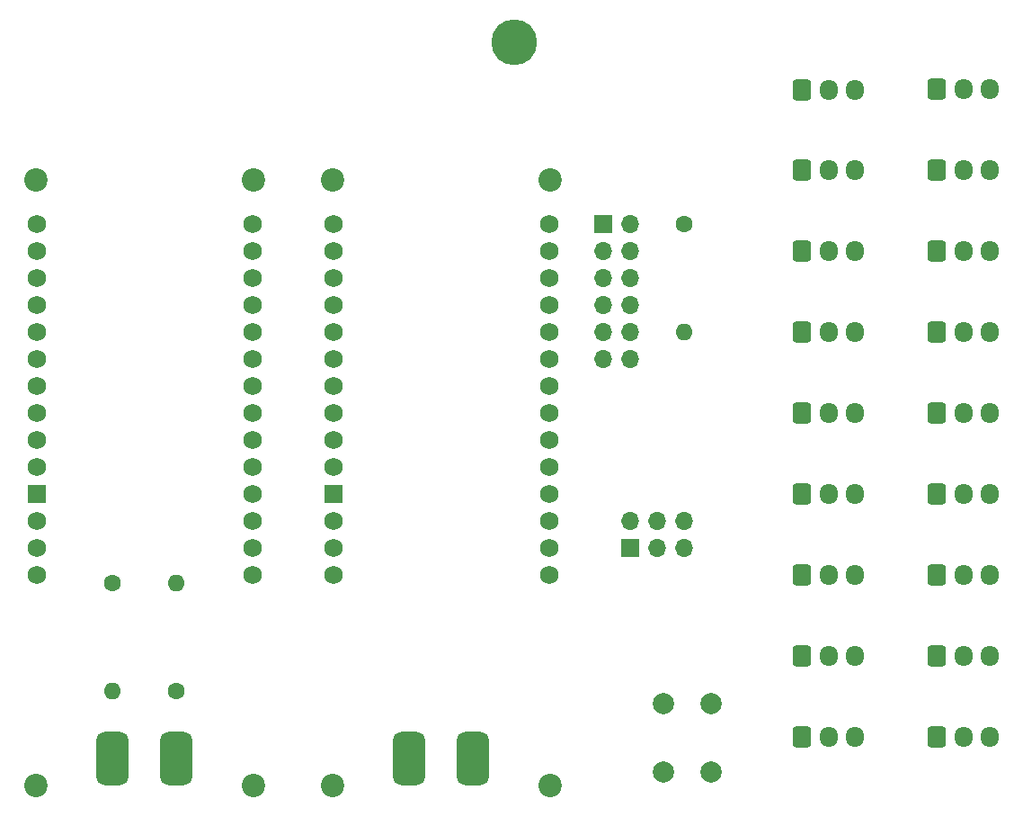
<source format=gbr>
%TF.GenerationSoftware,KiCad,Pcbnew,7.0.10-1.fc39*%
%TF.CreationDate,2024-03-03T09:54:12-06:00*%
%TF.ProjectId,mkr-sensor-shield-with-modem,6d6b722d-7365-46e7-936f-722d73686965,rev?*%
%TF.SameCoordinates,Original*%
%TF.FileFunction,Soldermask,Bot*%
%TF.FilePolarity,Negative*%
%FSLAX46Y46*%
G04 Gerber Fmt 4.6, Leading zero omitted, Abs format (unit mm)*
G04 Created by KiCad (PCBNEW 7.0.10-1.fc39) date 2024-03-03 09:54:12*
%MOMM*%
%LPD*%
G01*
G04 APERTURE LIST*
G04 Aperture macros list*
%AMRoundRect*
0 Rectangle with rounded corners*
0 $1 Rounding radius*
0 $2 $3 $4 $5 $6 $7 $8 $9 X,Y pos of 4 corners*
0 Add a 4 corners polygon primitive as box body*
4,1,4,$2,$3,$4,$5,$6,$7,$8,$9,$2,$3,0*
0 Add four circle primitives for the rounded corners*
1,1,$1+$1,$2,$3*
1,1,$1+$1,$4,$5*
1,1,$1+$1,$6,$7*
1,1,$1+$1,$8,$9*
0 Add four rect primitives between the rounded corners*
20,1,$1+$1,$2,$3,$4,$5,0*
20,1,$1+$1,$4,$5,$6,$7,0*
20,1,$1+$1,$6,$7,$8,$9,0*
20,1,$1+$1,$8,$9,$2,$3,0*%
G04 Aperture macros list end*
%ADD10RoundRect,0.250000X-0.600000X-0.725000X0.600000X-0.725000X0.600000X0.725000X-0.600000X0.725000X0*%
%ADD11O,1.700000X1.950000*%
%ADD12RoundRect,0.750000X-0.750000X-1.750000X0.750000X-1.750000X0.750000X1.750000X-0.750000X1.750000X0*%
%ADD13C,4.300000*%
%ADD14C,1.600000*%
%ADD15O,1.600000X1.600000*%
%ADD16C,2.000000*%
%ADD17R,1.700000X1.700000*%
%ADD18O,1.700000X1.700000*%
%ADD19C,2.200000*%
%ADD20C,1.727200*%
%ADD21R,1.727200X1.727200*%
G04 APERTURE END LIST*
D10*
%TO.C,J14*%
X197682000Y-82075200D03*
D11*
X200182000Y-82075200D03*
X202682000Y-82075200D03*
%TD*%
D10*
%TO.C,J7*%
X184982000Y-97315200D03*
D11*
X187482000Y-97315200D03*
X189982000Y-97315200D03*
%TD*%
D10*
%TO.C,J11*%
X197682000Y-59215200D03*
D11*
X200182000Y-59215200D03*
X202682000Y-59215200D03*
%TD*%
D10*
%TO.C,J13*%
X197682000Y-74455200D03*
D11*
X200182000Y-74455200D03*
X202682000Y-74455200D03*
%TD*%
D10*
%TO.C,J15*%
X197682000Y-89695200D03*
D11*
X200182000Y-89695200D03*
X202682000Y-89695200D03*
%TD*%
D10*
%TO.C,J12*%
X197682000Y-66835200D03*
D11*
X200182000Y-66835200D03*
X202682000Y-66835200D03*
%TD*%
D12*
%TO.C,J21*%
X147942000Y-114660000D03*
X153942000Y-114660000D03*
%TD*%
D10*
%TO.C,J17*%
X197682000Y-104935200D03*
D11*
X200182000Y-104935200D03*
X202682000Y-104935200D03*
%TD*%
D10*
%TO.C,J16*%
X197682000Y-97315200D03*
D11*
X200182000Y-97315200D03*
X202682000Y-97315200D03*
%TD*%
D10*
%TO.C,J5*%
X184982000Y-82075200D03*
D11*
X187482000Y-82075200D03*
X189982000Y-82075200D03*
%TD*%
D10*
%TO.C,J1*%
X184982000Y-51720000D03*
D11*
X187482000Y-51720000D03*
X189982000Y-51720000D03*
%TD*%
D13*
%TO.C,H1*%
X157842000Y-47200000D03*
%TD*%
D10*
%TO.C,J8*%
X184982000Y-104935200D03*
D11*
X187482000Y-104935200D03*
X189982000Y-104935200D03*
%TD*%
D14*
%TO.C,R1*%
X173892000Y-64295200D03*
D15*
X173892000Y-74455200D03*
%TD*%
D10*
%TO.C,J4*%
X184982000Y-74455200D03*
D11*
X187482000Y-74455200D03*
X189982000Y-74455200D03*
%TD*%
D16*
%TO.C,SW1*%
X176437000Y-109430000D03*
X176437000Y-115930000D03*
X171937000Y-109430000D03*
X171937000Y-115930000D03*
%TD*%
D10*
%TO.C,J9*%
X184982000Y-112555200D03*
D11*
X187482000Y-112555200D03*
X189982000Y-112555200D03*
%TD*%
D14*
%TO.C,R3*%
X126002000Y-108310000D03*
D15*
X126002000Y-98150000D03*
%TD*%
D10*
%TO.C,J3*%
X184982000Y-66835200D03*
D11*
X187482000Y-66835200D03*
X189982000Y-66835200D03*
%TD*%
D17*
%TO.C,J19*%
X166272000Y-64295200D03*
D18*
X168812000Y-64295200D03*
X166272000Y-66835200D03*
X168812000Y-66835200D03*
X166272000Y-69375200D03*
X168812000Y-69375200D03*
X166272000Y-71915200D03*
X168812000Y-71915200D03*
X166272000Y-74455200D03*
X168812000Y-74455200D03*
X166272000Y-76995200D03*
X168812000Y-76995200D03*
%TD*%
D10*
%TO.C,J2*%
X184982000Y-59215200D03*
D11*
X187482000Y-59215200D03*
X189982000Y-59215200D03*
%TD*%
D19*
%TO.C,A2*%
X112842000Y-117200000D03*
X133342000Y-117200000D03*
X112842000Y-60200000D03*
X133342000Y-60200000D03*
D20*
X112932000Y-92235200D03*
X112932000Y-97315200D03*
X133252000Y-94775200D03*
X133252000Y-92235200D03*
X133252000Y-89695200D03*
X133252000Y-87155200D03*
X133252000Y-84615200D03*
X133252000Y-82075200D03*
X133252000Y-79535200D03*
X133252000Y-97315200D03*
X133252000Y-76995200D03*
X133252000Y-74455200D03*
X133252000Y-71915200D03*
X133252000Y-69375200D03*
X133252000Y-66835200D03*
X133252000Y-64295200D03*
X112932000Y-64295200D03*
X112932000Y-66835200D03*
X112932000Y-69375200D03*
X112932000Y-71915200D03*
X112932000Y-74455200D03*
X112932000Y-76995200D03*
X112932000Y-79535200D03*
X112932000Y-82075200D03*
X112932000Y-84615200D03*
D21*
X112932000Y-89695200D03*
D20*
X112932000Y-87155200D03*
X112932000Y-94775200D03*
%TD*%
D10*
%TO.C,J18*%
X197682000Y-112555200D03*
D11*
X200182000Y-112555200D03*
X202682000Y-112555200D03*
%TD*%
D14*
%TO.C,R2*%
X120002000Y-98150000D03*
D15*
X120002000Y-108310000D03*
%TD*%
D19*
%TO.C,A1*%
X140782000Y-117200000D03*
X161282000Y-117200000D03*
X140782000Y-60200000D03*
X161282000Y-60200000D03*
D20*
X140872000Y-92235200D03*
X140872000Y-97315200D03*
X161192000Y-94775200D03*
X161192000Y-92235200D03*
X161192000Y-89695200D03*
X161192000Y-87155200D03*
X161192000Y-84615200D03*
X161192000Y-82075200D03*
X161192000Y-79535200D03*
X161192000Y-97315200D03*
X161192000Y-76995200D03*
X161192000Y-74455200D03*
X161192000Y-71915200D03*
X161192000Y-69375200D03*
X161192000Y-66835200D03*
X161192000Y-64295200D03*
X140872000Y-64295200D03*
X140872000Y-66835200D03*
X140872000Y-69375200D03*
X140872000Y-71915200D03*
X140872000Y-74455200D03*
X140872000Y-76995200D03*
X140872000Y-79535200D03*
X140872000Y-82075200D03*
X140872000Y-84615200D03*
D21*
X140872000Y-89695200D03*
D20*
X140872000Y-87155200D03*
X140872000Y-94775200D03*
%TD*%
D10*
%TO.C,J6*%
X184982000Y-89695200D03*
D11*
X187482000Y-89695200D03*
X189982000Y-89695200D03*
%TD*%
D10*
%TO.C,J10*%
X197682000Y-51595200D03*
D11*
X200182000Y-51595200D03*
X202682000Y-51595200D03*
%TD*%
D17*
%TO.C,J20*%
X168812000Y-94775200D03*
D18*
X168812000Y-92235200D03*
X171352000Y-94775200D03*
X171352000Y-92235200D03*
X173892000Y-94775200D03*
X173892000Y-92235200D03*
%TD*%
D12*
%TO.C,J23*%
X120002000Y-114660000D03*
X126002000Y-114660000D03*
%TD*%
M02*

</source>
